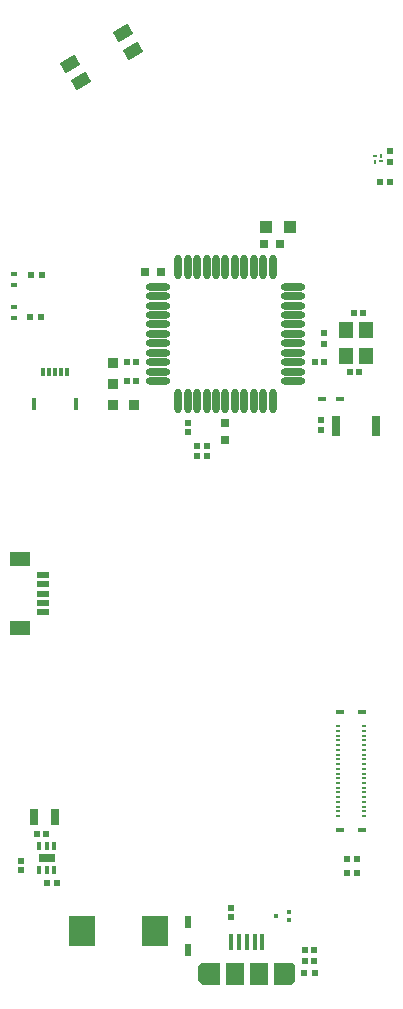
<source format=gtp>
%FSTAX23Y23*%
%MOIN*%
%SFA1B1*%

%IPPOS*%
%AMD23*
4,1,8,-0.009800,0.008300,-0.009800,-0.008300,-0.007300,-0.010800,0.007300,-0.010800,0.009800,-0.008300,0.009800,0.008300,0.007300,0.010800,-0.007300,0.010800,-0.009800,0.008300,0.0*
1,1,0.005000,-0.007300,0.008300*
1,1,0.005000,-0.007300,-0.008300*
1,1,0.005000,0.007300,-0.008300*
1,1,0.005000,0.007300,0.008300*
%
%AMD24*
4,1,4,-0.014800,-0.031300,0.034500,-0.002800,0.014800,0.031300,-0.034500,0.002800,-0.014800,-0.031300,0.0*
%
%AMD28*
4,1,8,0.008300,0.009800,-0.008300,0.009800,-0.010800,0.007300,-0.010800,-0.007300,-0.008300,-0.009800,0.008300,-0.009800,0.010800,-0.007300,0.010800,0.007300,0.008300,0.009800,0.0*
1,1,0.005000,0.008300,0.007300*
1,1,0.005000,-0.008300,0.007300*
1,1,0.005000,-0.008300,-0.007300*
1,1,0.005000,0.008300,-0.007300*
%
%AMD38*
4,1,8,0.013000,-0.011600,0.013000,0.011600,0.009700,0.014900,-0.009700,0.014900,-0.013000,0.011600,-0.013000,-0.011600,-0.009700,-0.014900,0.009700,-0.014900,0.013000,-0.011600,0.0*
1,1,0.006600,0.009700,-0.011600*
1,1,0.006600,0.009700,0.011600*
1,1,0.006600,-0.009700,0.011600*
1,1,0.006600,-0.009700,-0.011600*
%
%AMD40*
4,1,8,0.011600,0.013000,-0.011600,0.013000,-0.014900,0.009700,-0.014900,-0.009700,-0.011600,-0.013000,0.011600,-0.013000,0.014900,-0.009700,0.014900,0.009700,0.011600,0.013000,0.0*
1,1,0.006600,0.011600,0.009700*
1,1,0.006600,-0.011600,0.009700*
1,1,0.006600,-0.011600,-0.009700*
1,1,0.006600,0.011600,-0.009700*
%
%AMD46*
4,1,8,-0.014900,0.021900,-0.014900,-0.021900,-0.011200,-0.025600,0.011200,-0.025600,0.014900,-0.021900,0.014900,0.021900,0.011200,0.025600,-0.011200,0.025600,-0.014900,0.021900,0.0*
1,1,0.007400,-0.011200,0.021900*
1,1,0.007400,-0.011200,-0.021900*
1,1,0.007400,0.011200,-0.021900*
1,1,0.007400,0.011200,0.021900*
%
%ADD16C,0.019700*%
%ADD17R,0.019300X0.038800*%
%ADD18R,0.059100X0.074800*%
%ADD19R,0.015700X0.053100*%
%ADD20R,0.066900X0.047200*%
%ADD21R,0.039400X0.019700*%
%ADD22R,0.022800X0.021300*%
G04~CAMADD=23~8~0.0~0.0~217.0~197.0~25.0~0.0~15~0.0~0.0~0.0~0.0~0~0.0~0.0~0.0~0.0~0~0.0~0.0~0.0~90.0~196.0~216.0*
%ADD23D23*%
G04~CAMADD=24~9~0.0~0.0~571.0~394.0~0.0~0.0~0~0.0~0.0~0.0~0.0~0~0.0~0.0~0.0~0.0~0~0.0~0.0~0.0~210.0~690.0~625.0*
%ADD24D24*%
%ADD25R,0.016500X0.009100*%
%ADD26R,0.029500X0.011800*%
%ADD27R,0.025200X0.016500*%
G04~CAMADD=28~8~0.0~0.0~217.0~197.0~25.0~0.0~15~0.0~0.0~0.0~0.0~0~0.0~0.0~0.0~0.0~0~0.0~0.0~0.0~0.0~217.0~197.0*
%ADD28D28*%
%ADD29R,0.031500X0.066900*%
%ADD30O,0.023600X0.080700*%
%ADD31O,0.080700X0.023600*%
%ADD32R,0.013800X0.029500*%
%ADD33R,0.057100X0.025600*%
%ADD34R,0.021300X0.022800*%
%ADD35R,0.047200X0.055100*%
%ADD36R,0.011800X0.039400*%
%ADD37R,0.011800X0.027600*%
G04~CAMADD=38~8~0.0~0.0~299.0~260.0~33.0~0.0~15~0.0~0.0~0.0~0.0~0~0.0~0.0~0.0~0.0~0~0.0~0.0~0.0~270.0~260.0~298.0*
%ADD38D38*%
%ADD39R,0.039400X0.039400*%
G04~CAMADD=40~8~0.0~0.0~299.0~260.0~33.0~0.0~15~0.0~0.0~0.0~0.0~0~0.0~0.0~0.0~0.0~0~0.0~0.0~0.0~0.0~299.0~260.0*
%ADD40D40*%
%ADD41R,0.033500X0.033500*%
%ADD42R,0.033500X0.033500*%
%ADD43R,0.024000X0.016000*%
%ADD44R,0.013000X0.011000*%
%ADD45R,0.011000X0.013000*%
G04~CAMADD=46~8~0.0~0.0~512.0~299.0~37.0~0.0~15~0.0~0.0~0.0~0.0~0~0.0~0.0~0.0~0.0~0~0.0~0.0~0.0~90.0~298.0~512.0*
%ADD46D46*%
%ADD47R,0.090600X0.098400*%
%ADD48R,0.014200X0.013000*%
%LNleft_board-1*%
%LPD*%
G36*
X02838Y01333D02*
X02818D01*
Y01368*
X02838*
Y01333*
G37*
G36*
X03141D02*
X03121D01*
Y01368*
X03141*
Y01333*
G37*
G54D16*
X03119Y01343D02*
D01*
X03118Y01342*
X03118Y01342*
X03117Y01342*
X03116Y01342*
X03116Y01341*
X03115Y01341*
X03115Y0134*
X03114Y0134*
X03114Y0134*
X03113Y01339*
X03113Y01338*
X03112Y01338*
X03112Y01337*
X03112Y01337*
X03112Y01336*
X03111Y01335*
X03111Y01335*
X03111Y01334*
X03111Y01333*
X03111Y01333*
X03111Y01332*
X03111Y01331*
X03111Y01331*
X03112Y0133*
X03112Y01329*
X03112Y01329*
X03113Y01328*
X03113Y01327*
X03113Y01327*
X03114Y01326*
X03114Y01326*
X03115Y01325*
X03115Y01325*
X03116Y01325*
X03116Y01324*
X03117Y01324*
X03118Y01324*
X03118Y01324*
X03119Y01323*
X0312Y01323*
X0312Y01323*
X03121Y01323*
X03122Y01323*
X03122Y01323*
X03123Y01323*
X03124Y01324*
X03124Y01324*
X03125Y01324*
X03126Y01324*
X03126Y01325*
X03127Y01325*
X03127Y01326*
X03128Y01326*
X03128Y01326*
X03129Y01327*
X03129Y01328*
X0313Y01328*
X0313Y01329*
X0313Y01329*
X0313Y0133*
X03131Y01331*
X03131Y01331*
X03131Y01332*
X03131Y01333*
X03131Y01333*
D01*
X03131Y01334*
X03131Y01334*
X03131Y01335*
X03131Y01336*
X0313Y01336*
X0313Y01337*
X0313Y01338*
X03129Y01338*
X03129Y01339*
X03129Y01339*
X03128Y0134*
X03128Y0134*
X03127Y01341*
X03127Y01341*
X03126Y01341*
X03125Y01342*
X03125Y01342*
X03124Y01342*
X03123Y01343*
X03123Y01343*
X03122Y01343*
X03121Y01343*
X03121*
X0312Y01343*
X03119Y01343*
X03119Y01343*
X03131Y01368D02*
D01*
X03131Y01369*
X03131Y0137*
X03131Y0137*
X03131Y01371*
X0313Y01372*
X0313Y01372*
X0313Y01373*
X03129Y01374*
X03129Y01374*
X03129Y01375*
X03128Y01375*
X03128Y01376*
X03127Y01376*
X03127Y01377*
X03126Y01377*
X03125Y01377*
X03125Y01377*
X03124Y01378*
X03123Y01378*
X03123Y01378*
X03122Y01378*
X03121Y01378*
X03121*
X0312Y01378*
X03119Y01378*
X03119Y01378*
X03118Y01378*
X03117Y01377*
X03117Y01377*
X03116Y01377*
X03116Y01377*
X03115Y01376*
X03115Y01376*
X03114Y01375*
X03114Y01375*
X03113Y01374*
X03113Y01374*
X03112Y01373*
X03112Y01372*
X03112Y01372*
X03112Y01371*
X03112Y0137*
X03111Y0137*
X03111Y01369*
X03111Y01368*
X03111Y01368*
X03111Y01367*
X03112Y01366*
X03112Y01366*
X03112Y01365*
X03112Y01364*
X03112Y01364*
X03113Y01363*
X03113Y01363*
X03114Y01362*
X03114Y01362*
X03115Y01361*
X03115Y01361*
X03116Y0136*
X03116Y0136*
X03117Y0136*
X03117Y01359*
X03118Y01359*
X03119Y01359*
X03119Y01359*
X0312Y01359*
X03121Y01359*
X03121*
X03122Y01359*
X03123Y01359*
X03123Y01359*
X03124Y01359*
X03125Y01359*
X03125Y0136*
X03126Y0136*
X03127Y0136*
X03127Y01361*
X03128Y01361*
X03128Y01362*
X03129Y01362*
X03129Y01363*
X03129Y01363*
X0313Y01364*
X0313Y01364*
X0313Y01365*
X03131Y01366*
X03131Y01366*
X03131Y01367*
X03131Y01368*
X03131Y01368*
X02848D02*
D01*
X02847Y01369*
X02847Y0137*
X02847Y0137*
X02847Y01371*
X02847Y01372*
X02847Y01372*
X02846Y01373*
X02846Y01374*
X02846Y01374*
X02845Y01375*
X02845Y01375*
X02844Y01376*
X02844Y01376*
X02843Y01377*
X02843Y01377*
X02842Y01377*
X02841Y01377*
X02841Y01378*
X0284Y01378*
X02839Y01378*
X02839Y01378*
X02838Y01378*
X02837*
X02837Y01378*
X02836Y01378*
X02835Y01378*
X02835Y01378*
X02834Y01377*
X02833Y01377*
X02833Y01377*
X02832Y01377*
X02832Y01376*
X02831Y01376*
X02831Y01375*
X0283Y01375*
X0283Y01374*
X02829Y01374*
X02829Y01373*
X02829Y01372*
X02828Y01372*
X02828Y01371*
X02828Y0137*
X02828Y0137*
X02828Y01369*
X02828Y01368*
X02828Y01368*
X02828Y01367*
X02828Y01366*
X02828Y01366*
X02828Y01365*
X02829Y01364*
X02829Y01364*
X02829Y01363*
X0283Y01363*
X0283Y01362*
X02831Y01362*
X02831Y01361*
X02832Y01361*
X02832Y0136*
X02833Y0136*
X02833Y0136*
X02834Y01359*
X02835Y01359*
X02835Y01359*
X02836Y01359*
X02837Y01359*
X02837Y01359*
X02838*
X02839Y01359*
X02839Y01359*
X0284Y01359*
X02841Y01359*
X02841Y01359*
X02842Y0136*
X02843Y0136*
X02843Y0136*
X02844Y01361*
X02844Y01361*
X02845Y01362*
X02845Y01362*
X02846Y01363*
X02846Y01363*
X02846Y01364*
X02847Y01364*
X02847Y01365*
X02847Y01366*
X02847Y01366*
X02847Y01367*
X02847Y01368*
X02848Y01368*
Y01333D02*
D01*
X02847Y01334*
X02847Y01334*
X02847Y01335*
X02847Y01336*
X02847Y01336*
X02847Y01337*
X02846Y01338*
X02846Y01338*
X02846Y01339*
X02845Y01339*
X02845Y0134*
X02844Y0134*
X02844Y01341*
X02843Y01341*
X02843Y01341*
X02842Y01342*
X02841Y01342*
X02841Y01342*
X0284Y01343*
X02839Y01343*
X02839Y01343*
X02838Y01343*
X02837*
X02837Y01343*
X02836Y01343*
X02835Y01343*
X02835Y01342*
X02834Y01342*
X02833Y01342*
X02833Y01341*
X02832Y01341*
X02832Y01341*
X02831Y0134*
X02831Y0134*
X0283Y01339*
X0283Y01339*
X02829Y01338*
X02829Y01338*
X02829Y01337*
X02828Y01336*
X02828Y01336*
X02828Y01335*
X02828Y01334*
X02828Y01334*
X02828Y01333*
X02828Y01332*
X02828Y01332*
X02828Y01331*
X02828Y0133*
X02828Y0133*
X02829Y01329*
X02829Y01328*
X02829Y01328*
X0283Y01327*
X0283Y01327*
X02831Y01326*
X02831Y01326*
X02832Y01325*
X02832Y01325*
X02833Y01325*
X02833Y01324*
X02834Y01324*
X02835Y01324*
X02835Y01323*
X02836Y01323*
X02837Y01323*
X02837Y01323*
X02838*
X02839Y01323*
X02839Y01323*
X0284Y01323*
X02841Y01324*
X02841Y01324*
X02842Y01324*
X02843Y01325*
X02843Y01325*
X02844Y01325*
X02844Y01326*
X02845Y01326*
X02845Y01327*
X02846Y01327*
X02846Y01328*
X02846Y01328*
X02847Y01329*
X02847Y0133*
X02847Y0133*
X02847Y01331*
X02847Y01332*
X02847Y01332*
X02848Y01333*
G54D17*
X02783Y01522D03*
Y0143D03*
G54D18*
X03019Y01351D03*
X0294D03*
X02859D03*
X03099D03*
G54D19*
X03031Y01457D03*
X03005D03*
X02979D03*
X02954D03*
X02928D03*
G54D20*
X02222Y02503D03*
Y02732D03*
G54D21*
X02299Y02555D03*
Y02586D03*
Y02618D03*
Y02649D03*
Y02681D03*
G54D22*
X03204Y01431D03*
X03173D03*
X03203Y01392D03*
X03173D03*
X03236Y03389D03*
X03206D03*
X03323Y03355D03*
X03353D03*
X03368Y03552D03*
X03338D03*
X0258Y03326D03*
X0261D03*
X0258Y03389D03*
X0261D03*
X0231Y01818D03*
X02279D03*
G54D23*
X03206Y01354D03*
X03171D03*
X02312Y01653D03*
X02347D03*
X02257Y03539D03*
X02293D03*
X03348Y01685D03*
X03313D03*
X02261Y03681D03*
X02297D03*
X03313Y01732D03*
X03348D03*
X03422Y03991D03*
X03457D03*
G54D24*
X02391Y04383D03*
X02425Y04325D03*
X02567Y04485D03*
X026Y04427D03*
G54D25*
X03369Y02034D03*
Y0205D03*
X03283Y01877D03*
X03369D03*
X03283Y01892D03*
X03369D03*
X03283Y01908D03*
X03369D03*
X03283Y01924D03*
X03369D03*
X03283Y0194D03*
X03369D03*
X03283Y01955D03*
X03369D03*
X03283Y01971D03*
X03369D03*
X03283Y01987D03*
X03369D03*
X03283Y02003D03*
X03369D03*
X03283Y02018D03*
X03369D03*
X03283Y02034D03*
Y0205D03*
Y02066D03*
X03369D03*
X03283Y02081D03*
X03369D03*
X03283Y02097D03*
X03369D03*
X03283Y02113D03*
X03369D03*
X03283Y02129D03*
X03369D03*
X03283Y02144D03*
X03369D03*
X03283Y0216D03*
X03369D03*
X03283Y02176D03*
X03369D03*
G54D26*
X0329Y01829D03*
X03363D03*
X0329Y02223D03*
X03363D03*
G54D27*
X0323Y03267D03*
X03289D03*
G54D28*
X03228Y03198D03*
Y03163D03*
X03457Y04093D03*
Y04058D03*
X03237Y0345D03*
Y03486D03*
X02813Y03111D03*
Y03075D03*
X02845Y03111D03*
Y03075D03*
G54D29*
X03409Y03176D03*
X03275D03*
G54D30*
X02751Y03259D03*
X02782D03*
X02814D03*
X02845D03*
X02877D03*
X02908D03*
X0294D03*
X02971D03*
X03003D03*
X03034D03*
X03065D03*
Y03708D03*
X03034D03*
X03003D03*
X02971D03*
X0294D03*
X02908D03*
X02877D03*
X02845D03*
X02814D03*
X02782D03*
X02751D03*
G54D31*
X03132Y03326D03*
Y03358D03*
Y03389D03*
Y03421D03*
Y03452D03*
Y03484D03*
Y03515D03*
Y03547D03*
Y03578D03*
Y0361D03*
Y03641D03*
X02684D03*
Y0361D03*
Y03578D03*
Y03547D03*
Y03515D03*
Y03484D03*
Y03452D03*
Y03421D03*
Y03389D03*
Y03358D03*
Y03326D03*
G54D32*
X02287Y01696D03*
X02313D03*
X02338D03*
Y01775D03*
X02313D03*
X02287D03*
G54D33*
X02313Y01736D03*
G54D34*
X02228Y01697D03*
Y01728D03*
X02782Y03155D03*
Y03186D03*
X02925Y0157D03*
Y01539D03*
G54D35*
X03376Y03496D03*
Y03409D03*
X03309D03*
Y03496D03*
G54D36*
X02411Y03251D03*
X0227D03*
G54D37*
X0236Y03356D03*
X02301D03*
X02321D03*
X02341D03*
X0238D03*
G54D38*
X02694Y03689D03*
X02639D03*
X03036Y03783D03*
X03091D03*
G54D39*
X03122Y0384D03*
X03043D03*
G54D40*
X02907Y03187D03*
Y03131D03*
G54D41*
X02602Y03247D03*
X02533D03*
G54D42*
X02533Y03318D03*
Y03387D03*
G54D43*
X02204Y03684D03*
Y03645D03*
Y03574D03*
Y03535D03*
G54D44*
X03407Y04077D03*
X03427Y04059D03*
G54D45*
X03408Y04058D03*
X03426Y04078D03*
G54D46*
X0234Y01873D03*
X0227D03*
G54D47*
X02429Y01492D03*
X02673D03*
G54D48*
X03075Y01543D03*
X03121Y01529D03*
Y01557D03*
M02*
</source>
